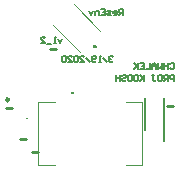
<source format=gbo>
G04*
G04 #@! TF.GenerationSoftware,Altium Limited,Altium Designer,20.0.13 (296)*
G04*
G04 Layer_Color=65280*
%FSLAX25Y25*%
%MOIN*%
G70*
G01*
G75*
%ADD10C,0.00984*%
%ADD11C,0.00787*%
%ADD12C,0.00394*%
%ADD13C,0.01000*%
%ADD14C,0.00600*%
D10*
X3945Y27784D02*
G03*
X3945Y27784I-492J0D01*
G01*
D11*
X32903Y45824D02*
G03*
X32346Y45267I-278J-278D01*
G01*
D02*
G03*
X32903Y45824I278J278D01*
G01*
X55551Y13945D02*
Y28315D01*
X49449Y17685D02*
Y28315D01*
D12*
X15724Y48256D02*
G03*
X15331Y48256I-197J0D01*
G01*
D02*
G03*
X15724Y48256I197J0D01*
G01*
X9901Y21472D02*
G03*
X10295Y21472I197J0D01*
G01*
D02*
G03*
X9901Y21472I-197J0D01*
G01*
X42811Y27130D02*
X48323D01*
Y5870D02*
Y27130D01*
X42811Y5870D02*
X48323D01*
X13677Y27130D02*
X19189D01*
X13677Y5870D02*
Y27130D01*
Y5870D02*
X19189D01*
X25526Y59604D02*
X34434Y50696D01*
X18566Y52645D02*
X27474Y43736D01*
D13*
X25126Y29961D02*
G03*
X25126Y29958I197J0D01*
G01*
X56500Y25501D02*
X58500D01*
X17500Y44499D02*
X19500D01*
X2890Y24825D02*
X4890D01*
X11800Y10483D02*
X13800Y10483D01*
X7600Y14499D02*
X9600D01*
D14*
X57567Y39605D02*
X57900Y39939D01*
X58567D01*
X58900Y39605D01*
Y38272D01*
X58567Y37939D01*
X57900D01*
X57567Y38272D01*
X56901Y39939D02*
Y37939D01*
Y38939D01*
X55568D01*
Y39939D01*
Y37939D01*
X54901Y39939D02*
Y37939D01*
X54235Y38606D01*
X53568Y37939D01*
Y39939D01*
X52902Y37939D02*
Y39272D01*
X52236Y39939D01*
X51569Y39272D01*
Y37939D01*
Y38939D01*
X52902D01*
X50903Y39939D02*
Y37939D01*
X49570D01*
X47570Y39939D02*
X48903D01*
Y37939D01*
X47570D01*
X48903Y38939D02*
X48237D01*
X46904Y39939D02*
Y37939D01*
Y38606D01*
X45571Y39939D01*
X46571Y38939D01*
X45571Y37939D01*
X58900Y34100D02*
Y36099D01*
X57900D01*
X57567Y35766D01*
Y35100D01*
X57900Y34766D01*
X58900D01*
X56901Y34100D02*
Y36099D01*
X55901D01*
X55568Y35766D01*
Y35100D01*
X55901Y34766D01*
X56901D01*
X56234D02*
X55568Y34100D01*
X53902Y36099D02*
X54568D01*
X54901Y35766D01*
Y34433D01*
X54568Y34100D01*
X53902D01*
X53568Y34433D01*
Y35766D01*
X53902Y36099D01*
X51569D02*
X52236D01*
X51902D01*
Y34433D01*
X52236Y34100D01*
X52569D01*
X52902Y34433D01*
X48903Y36099D02*
Y34100D01*
Y34766D01*
X47570Y36099D01*
X48570Y35100D01*
X47570Y34100D01*
X45904Y36099D02*
X46571D01*
X46904Y35766D01*
Y34433D01*
X46571Y34100D01*
X45904D01*
X45571Y34433D01*
Y35766D01*
X45904Y36099D01*
X43905D02*
X44571D01*
X44905Y35766D01*
Y34433D01*
X44571Y34100D01*
X43905D01*
X43572Y34433D01*
Y35766D01*
X43905Y36099D01*
X41572Y35766D02*
X41906Y36099D01*
X42572D01*
X42905Y35766D01*
Y35433D01*
X42572Y35100D01*
X41906D01*
X41572Y34766D01*
Y34433D01*
X41906Y34100D01*
X42572D01*
X42905Y34433D01*
X40906Y36099D02*
Y34100D01*
Y35100D01*
X39573D01*
Y36099D01*
Y34100D01*
X38644Y42080D02*
X38311Y42413D01*
X37644D01*
X37311Y42080D01*
Y41747D01*
X37644Y41414D01*
X37977D01*
X37644D01*
X37311Y41081D01*
Y40747D01*
X37644Y40414D01*
X38311D01*
X38644Y40747D01*
X36644Y40414D02*
X35311Y41747D01*
X34645Y40414D02*
X33979D01*
X34312D01*
Y42413D01*
X34645Y42080D01*
X32979Y40747D02*
X32646Y40414D01*
X31979D01*
X31646Y40747D01*
Y42080D01*
X31979Y42413D01*
X32646D01*
X32979Y42080D01*
Y41747D01*
X32646Y41414D01*
X31646D01*
X30980Y40414D02*
X29647Y41747D01*
X27647Y40414D02*
X28980D01*
X27647Y41747D01*
Y42080D01*
X27981Y42413D01*
X28647D01*
X28980Y42080D01*
X26981D02*
X26648Y42413D01*
X25981D01*
X25648Y42080D01*
Y40747D01*
X25981Y40414D01*
X26648D01*
X26981Y40747D01*
Y42080D01*
X23649Y40414D02*
X24982D01*
X23649Y41747D01*
Y42080D01*
X23982Y42413D01*
X24648D01*
X24982Y42080D01*
X22982D02*
X22649Y42413D01*
X21982D01*
X21649Y42080D01*
Y40747D01*
X21982Y40414D01*
X22649D01*
X22982Y40747D01*
Y42080D01*
X41900Y56100D02*
Y58099D01*
X40900D01*
X40567Y57766D01*
Y57100D01*
X40900Y56766D01*
X41900D01*
X41234D02*
X40567Y56100D01*
X38901D02*
X39567D01*
X39901Y56433D01*
Y57100D01*
X39567Y57433D01*
X38901D01*
X38568Y57100D01*
Y56766D01*
X39901D01*
X37901Y56100D02*
X36902D01*
X36568Y56433D01*
X36902Y56766D01*
X37568D01*
X37901Y57100D01*
X37568Y57433D01*
X36568D01*
X34569Y58099D02*
X35902D01*
Y56100D01*
X34569D01*
X35902Y57100D02*
X35236D01*
X33903Y56100D02*
Y57433D01*
X32903D01*
X32570Y57100D01*
Y56100D01*
X31903Y57433D02*
X31237Y56100D01*
X30570Y57433D01*
X21582Y48069D02*
X20916Y46736D01*
X20249Y48069D01*
X19583Y46736D02*
X18916D01*
X19250D01*
Y48736D01*
X19583Y48403D01*
X17917Y46403D02*
X16584D01*
X14584Y46736D02*
X15917D01*
X14584Y48069D01*
Y48403D01*
X14918Y48736D01*
X15584D01*
X15917Y48403D01*
M02*

</source>
